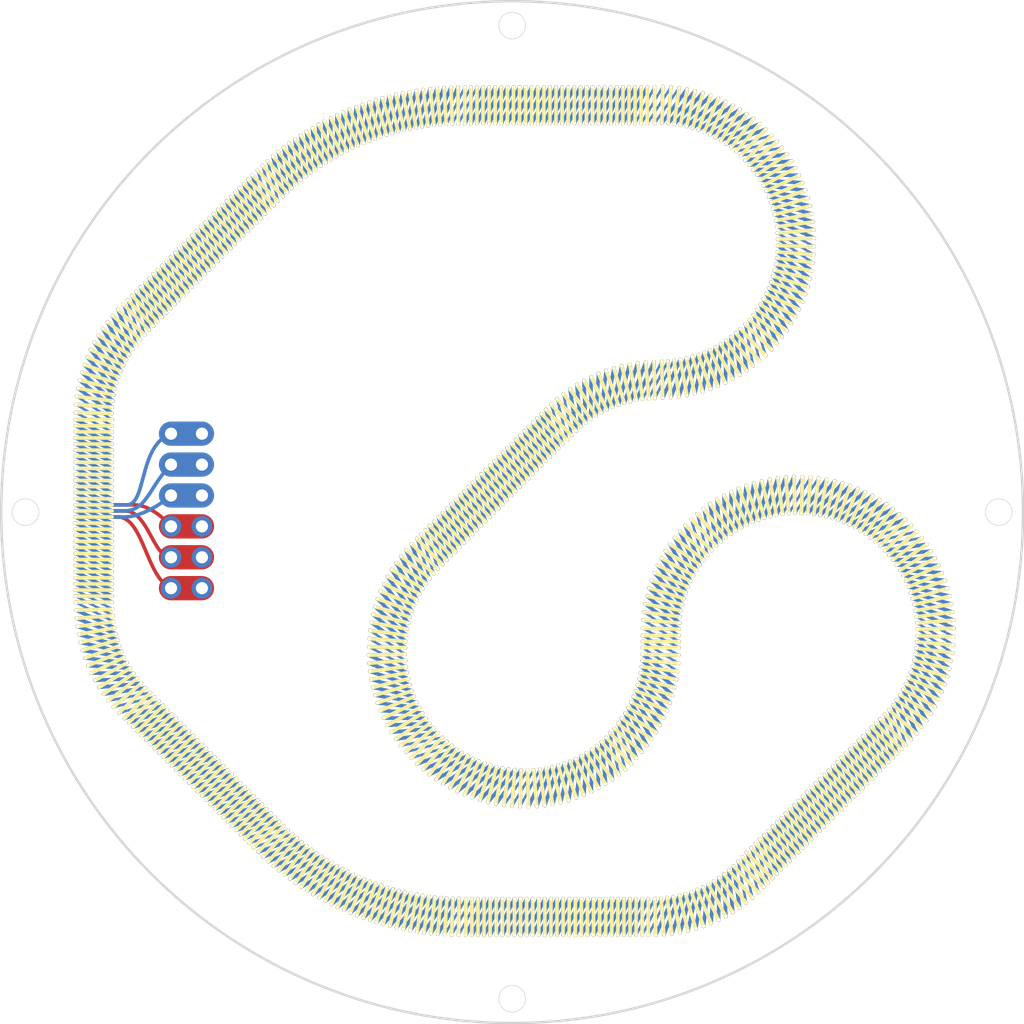
<source format=kicad_pcb>
(kicad_pcb (version 20241229) (generator "pcbnew") (generator_version "9.0")
  (layers (0 "F.Cu" signal) (2 "B.Cu" signal) (13 "F.Paste" user) (15 "B.Paste" user) (5 "F.SilkS" user "F.Silkscreen") (7 "B.SilkS" user "B.Silkscreen") (1 "F.Mask" user) (3 "B.Mask" user) (25 "Edge.Cuts" user))
  (net 0 "")
  (net 1 "+5V")
  (net 2 "Net-(J1-Pin_3)")
  (net 3 "Net-(J1-Pin_2)")
  (net 4 "Net-(J1-Pin_1)")
  (footprint "model_train_footprints:curve_track_30" (layer "F.Cu") (at 113.08 105.56 67.5)
    (property "Reference" "REF**" (hide yes))
    (property "Value" "curve_track_30")
  )
  (footprint "model_train_footprints:curve_track_30" (layer "F.Cu") (at 105.325128 121.863205 -157.5)
    (property "Reference" "REF**" (hide yes))
    (property "Value" "curve_track_30")
  )
  (footprint "model_train_footprints:curve_track_30" (layer "F.Cu") (at 90.555199 115.732727 112.5)
    (property "Reference" "REF**" (hide yes))
    (property "Value" "curve_track_30")
  )
  (footprint "model_train_footprints:straight_track" (layer "F.Cu") (at 103.69 133.28)
    (property "Reference" "tr1" (hide yes))
    (property "Value" "st_track" (hide yes))
  )
  (footprint "model_train_footprints:straight_track" (layer "F.Cu") (at 74.400408 78.670913 45)
    (property "Reference" "tr1" (hide yes))
    (property "Value" "st_track" (hide yes))
  )
  (footprint "model_train_footprints:straight_track" (layer "F.Cu") (at 74.5 121.2 135)
    (property "Reference" "tr1" (hide yes))
    (property "Value" "st_track" (hide yes))
  )
  (footprint "model_train_footprints:straight_track_extension_single" (layer "F.Cu") (at 111.71 66.54)
    (property "Reference" "tr1" (hide yes))
    (property "Value" "st_track" (hide yes))
  )
  (footprint "model_train_footprints:straight_track_extension" (layer "F.Cu") (at 112.22 110.64 90)
    (property "Reference" "tr1" (hide yes))
    (property "Value" "st_track" (hide yes))
  )
  (footprint "model_train_footprints:curve_track_30" (layer "F.Cu") (at 127.842523 99.450069 -22.5)
    (property "Reference" "REF**" (hide yes))
    (property "Value" "curve_track_30")
  )
  (footprint "model_train_footprints:curve_track_30" (layer "F.Cu") (at 107.677607 89.992464 22.5)
    (property "Reference" "REF**" (hide yes))
    (property "Value" "curve_track_30")
  )
  (footprint "model_train_footprints:curve_track_30" (layer "F.Cu") (at 122.479015 82.148819 -112.5)
    (property "Reference" "REF**" (hide yes))
    (property "Value" "curve_track_30")
  )
  (footprint "model_train_footprints:curve_track_30" (layer "F.Cu") (at 96.673576 121.849012 157.5)
    (property "Reference" "REF**" (hide yes))
    (property "Value" "curve_track_30")
  )
  (footprint "model_train_footprints:curve_track_45" (layer "F.Cu") (at 87.28 131.54 157.5)
    (property "Reference" "REF**" (hide yes))
    (property "Value" "curve_track_45")
  )
  (footprint "model_train_footprints:curve_track_30" (layer "F.Cu") (at 66.455646 87.82882 67.5)
    (property "Reference" "REF**" (hide yes))
    (property "Value" "curve_track_30")
  )
  (footprint "model_train_footprints:straight_track" (layer "F.Cu") (at 103.606447 66.563554)
    (property "Reference" "tr1" (hide yes))
    (property "Value" "st_track" (hide yes))
  )
  (footprint "model_train_footprints:curve_track_30" (layer "F.Cu") (at 115.782393 132.417536 -157.5)
    (property "Reference" "REF**" (hide yes))
    (property "Value" "curve_track_30")
  )
  (footprint "model_train_footprints:curve_track_30" (layer "F.Cu") (at 111.359016 115.738819 -112.5)
    (property "Reference" "REF**" (hide yes))
    (property "Value" "curve_track_30")
  )
  (footprint "model_train_footprints:curve_track_45" (layer "F.Cu") (at 87.227161 68.301177 22.5)
    (property "Reference" "REF**" (hide yes))
    (property "Value" "curve_track_45")
  )
  (footprint "model_train_footprints:straight_track" (layer "F.Cu") (at 126.006707 123.367906 45)
    (property "Reference" "tr1" (hide yes))
    (property "Value" "st_track" (hide yes))
  )
  (footprint "model_train_footprints:curve_track_30" (layer "F.Cu") (at 122.477536 73.497607 -67.5)
    (property "Reference" "REF**" (hide yes))
    (property "Value" "curve_track_30")
  )
  (footprint "model_train_footprints:curve_track_30" (layer "F.Cu") (at 66.52 112.04 112.5)
    (property "Reference" "REF**" (hide yes))
    (property "Value" "curve_track_30")
  )
  (footprint "model_train_footprints:curve_track_30" (layer "F.Cu") (at 90.569392 107.081175 67.5)
    (property "Reference" "REF**" (hide yes))
    (property "Value" "curve_track_30")
  )
  (footprint "model_train_footprints:curve_track_30" (layer "F.Cu") (at 133.946707 114.217906 -112.5)
    (property "Reference" "REF**" (hide yes))
    (property "Value" "curve_track_30")
  )
  (footprint "model_train_footprints:straight_track" (layer "F.Cu") (at 98.52 97.93 45)
    (property "Reference" "tr1" (hide yes))
    (property "Value" "st_track" (hide yes))
  )
  (footprint "model_train_footprints:curve_track_30" (layer "F.Cu") (at 133.9609 105.566354 -67.5)
    (property "Reference" "REF**" (hide yes))
    (property "Value" "curve_track_30")
  )
  (footprint "model_train_footprints:straight_power_track_02X06" (layer "F.Cu") (at 65.61 99.9 90)
    (property "Reference" "J1" (hide yes))
    (property "Value" "track_power" (hide yes))
  )
  (footprint "model_train_footprints:straight_track_extension" (layer "F.Cu") (at 119.98 129.4 45)
    (property "Reference" "tr1" (hide yes))
    (property "Value" "st_track" (hide yes))
  )
  (footprint "model_train_footprints:curve_track_30" (layer "F.Cu") (at 116.37 67.37 -22.5)
    (property "Reference" "REF**" (hide yes))
    (property "Value" "curve_track_30")
  )
  (footprint "model_train_footprints:curve_track_30" (layer "F.Cu") (at 119.190971 99.435876 22.5)
    (property "Reference" "REF**" (hide yes))
    (property "Value" "curve_track_30")
  )
  (footprint "model_train_footprints:curve_track_30" (layer "F.Cu") (at 116.351408 88.256355 -157.5)
    (property "Reference" "REF**" (hide yes))
    (property "Value" "curve_track_30")
  )
  (gr_circle (center 100 140) (end 101.1 140) (stroke (width 0.05)) (fill no) (layer "Edge.Cuts"))
  (gr_circle (center 60 100) (end 61.1 100) (stroke (width 0.05)) (fill no) (layer "Edge.Cuts"))
  (gr_circle (center 100 100) (end 142 100) (stroke (width 0.2)) (fill no) (layer "Edge.Cuts"))
  (gr_circle (center 140 100) (end 141.1 100) (stroke (width 0.05)) (fill no) (layer "Edge.Cuts"))
  (gr_circle (center 100 60) (end 101.1 60) (stroke (width 0.05)) (fill no) (layer "Edge.Cuts"))
  (segment (start 91.227819 112.186401) (end 88.252311 110.394037) (width 0.2) (layer "B.Cu") (net 0))
  (segment (start 111.734582 90.638573) (end 113.291833 87.520508) (width 0.2) (layer "B.Cu") (net 0))
  (segment (start 110.106447 68.063554) (end 111.71 65.04) (width 0.2) (layer "B.Cu") (net 0))
  (segment (start 96.106447 65.063554) (end 94.594081 68.114026) (width 0.2) (layer "B.Cu") (net 0))
  (segment (start 110.69 134.78) (end 112.236067 131.744916) (width 0.2) (layer "B.Cu") (net 0))
  (segment (start 113.676097 112.425957) (end 110.72 110.64) (width 0.2) (layer "B.Cu") (net 0))
  (segment (start 69.438891 85.796803) (end 68.39 82.56) (width 0.2) (layer "B.Cu") (net 0))
  (segment (start 113.710545 111.758174) (end 110.72 110.14) (width 0.2) (layer "B.Cu") (net 0))
  (segment (start 108.697724 117.373581) (end 109.802652 120.711246) (width 0.2) (layer "B.Cu") (net 0))
  (segment (start 93.894975 104.669328) (end 92.860502 101.466415) (width 0.2) (layer "B.Cu") (net 0))
  (segment (start 108.033433 118.150666) (end 108.786749 121.580266) (width 0.2) (layer "B.Cu") (net 0))
  (segment (start 95.038814 119.18772) (end 91.707158 120.210251) (width 0.2) (layer "B.Cu") (net 0))
  (segment (start 118.781847 70.695583) (end 122.194597 70.035986) (width 0.2) (layer "B.Cu") (net 0))
  (segment (start 132.370668 119.125265) (end 131.262937 115.86103) (width 0.2) (layer "B.Cu") (net 0))
  (segment (start 95.579084 68.071808) (end 97.103955 65.062308) (width 0.2) (layer "B.Cu") (net 0))
  (segment (start 94.641559 118.865767) (end 91.259323 119.713698) (width 0.2) (layer "B.Cu") (net 0))
  (segment (start 110.715376 90.71833) (end 112.294433 87.610246) (width 0.2) (layer "B.Cu") (net 0))
  (segment (start 96.69 131.78) (end 95.025005 134.75616) (width 0.2) (layer "B.Cu") (net 0))
  (segment (start 108.375771 117.770836) (end 109.306099 121.159081) (width 0.2) (layer "B.Cu") (net 0))
  (segment (start 116.405583 103.148153) (end 115.72935 99.718815) (width 0.2) (layer "B.Cu") (net 0))
  (segment (start 111.725418 131.771427) (end 110.192492 134.781246) (width 0.2) (layer "B.Cu") (net 0))
  (segment (start 70.610913 115.189592) (end 67.224123 116.020971) (width 0.2) (layer "B.Cu") (net 0))
  (segment (start 91.281065 112.694958) (end 88.217863 111.06182) (width 0.2) (layer "B.Cu") (net 0))
  (segment (start 119.642746 127.610547) (end 120.687107 130.814214) (width 0.2) (layer "B.Cu") (net 0))
  (segment (start 97.19 131.78) (end 95.595962 134.769798) (width 0.2) (layer "B.Cu") (net 0))
  (segment (start 102.287359 121.137339) (end 100.654221 124.200541) (width 0.2) (layer "B.Cu") (net 0))
  (segment (start 93.230684 105.446413) (end 92.156039 102.172641) (width 0.2) (layer "B.Cu") (net 0))
  (segment (start 121.394214 130.107107) (end 120.347209 126.904321) (width 0.2) (layer "B.Cu") (net 0))
  (segment (start 69.781229 85.416973) (end 68.74091 82.207328) (width 0.2) (layer "B.Cu") (net 0))
  (segment (start 91.201308 111.675752) (end 88.321724 109.728979) (width 0.2) (layer "B.Cu") (net 0))
  (segment (start 122.737297 100.108496) (end 124.529661 97.132988) (width 0.2) (layer "B.Cu") (net 0))
  (segment (start 136.194375 111.570102) (end 133.314791 109.623329) (width 0.2) (layer "B.Cu") (net 0))
  (segment (start 118.004762 70.031292) (end 121.325577 69.020083) (width 0.2) (layer "B.Cu") (net 0))
  (segment (start 130.621124 116.629753) (end 131.666205 119.831491) (width 0.2) (layer "B.Cu") (net 0))
  (segment (start 118.565786 128.692893) (end 119.244014 132.134597) (width 0.2) (layer "B.Cu") (net 0))
  (segment (start 129.477285 102.111361) (end 132.808941 101.08883) (width 0.2) (layer "B.Cu") (net 0))
  (segment (start 130.25437 102.775652) (end 133.677961 102.104733) (width 0.2) (layer "B.Cu") (net 0))
  (segment (start 81.21211 125.796487) (end 78.036415 126.859498) (width 0.2) (layer "B.Cu") (net 0))
  (segment (start 113.72 110.14) (end 110.832332 108.207804) (width 0.2) (layer "B.Cu") (net 0))
  (segment (start 110.606447 68.063554) (end 112.389355 65.018471) (width 0.2) (layer "B.Cu") (net 0))
  (segment (start 119.996299 127.256993) (end 121.04066 130.46066) (width 0.2) (layer "B.Cu") (net 0))
  (segment (start 119.817723 83.783581) (end 120.828932 87.104396) (width 0.2) (layer "B.Cu") (net 0))
  (segment (start 104.530408 94.040913) (end 103.696636 90.696588) (width 0.2) (layer "B.Cu") (net 0))
  (segment (start 123.247946 100.081985) (end 125.194719 97.202401) (width 0.2) (layer "B.Cu") (net 0))
  (segment (start 136.263788 110.905044) (end 133.28828 109.11268) (width 0.2) (layer "B.Cu") (net 0))
  (segment (start 104.176854 94.394466) (end 103.200083 91.144423) (width 0.2) (layer "B.Cu") (net 0))
  (segment (start 132.017115 119.478819) (end 130.963462 116.249923) (width 0.2) (layer "B.Cu") (net 0))
  (segment (start 96.19 131.78) (end 94.454534 134.728941) (width 0.2) (layer "B.Cu") (net 0))
  (segment (start 119.272893 127.985786) (end 120.259917 131.265577) (width 0.2) (layer "B.Cu") (net 0))
  (segment (start 113.72 111.14) (end 110.728471 109.540645) (width 0.2) (layer "B.Cu") (net 0))
  (segment (start 94.261729 118.523429) (end 90.838138 119.194348) (width 0.2) (layer "B.Cu") (net 0))
  (segment (start 115.741292 103.925238) (end 114.713447 100.587835) (width 0.2) (layer "B.Cu") (net 0))
  (segment (start 69.116938 86.194058) (end 68.036447 82.913554) (width 0.2) (layer "B.Cu") (net 0))
  (segment (start 112.744624 131.69167) (end 111.19 134.78) (width 0.2) (layer "B.Cu") (net 0))
  (segment (start 119.49577 84.180836) (end 120.332379 87.552231) (width 0.2) (layer "B.Cu") (net 0))
  (segment (start 70.257359 114.836039) (end 66.802939 115.501621) (width 0.2) (layer "B.Cu") (net 0))
  (segment (start 133.256776 101.585383) (end 129.87454 102.433314) (width 0.2) (layer "B.Cu") (net 0))
  (segment (start 118.91934 128.33934) (end 119.763364 131.713412) (width 0.2) (layer "B.Cu") (net 0))
  (segment (start 80.057262 75.135379) (end 79.063076 71.897638) (width 0.2) (layer "B.Cu") (net 0))
  (segment (start 122.22874 100.161742) (end 123.861878 97.09854) (width 0.2) (layer "B.Cu") (net 0))
  (segment (start 99.986438 124.166093) (end 101.778802 121.190585) (width 0.2) (layer "B.Cu") (net 0))
  (segment (start 113.72 110.64) (end 110.762919 108.872862) (width 0.2) (layer "B.Cu") (net 0))
  (segment (start 80.410816 74.781826) (end 79.476447 71.503554) (width 0.2) (layer "B.Cu") (net 0))
  (segment (start 121.773412 69.516636) (end 118.402017 70.353245) (width 0.2) (layer "B.Cu") (net 0))
  (segment (start 104.883961 93.687359) (end 104.215986 90.275403) (width 0.2) (layer "B.Cu") (net 0))
  (segment (start 121.75167 76.535376) (end 124.830544 78.168174) (width 0.2) (layer "B.Cu") (net 0))
  (segment (start 112.805082 87.583735) (end 111.223933 90.665084) (width 0.2) (layer "B.Cu") (net 0))
  (segment (start 111.71 68.04) (end 113.722196 65.122332) (width 0.2) (layer "B.Cu") (net 0))
  (segment (start 121.831427 77.554582) (end 124.726683 79.501015) (width 0.2) (layer "B.Cu") (net 0))
  (segment (start 133.235034 108.604123) (end 136.298236 110.237261) (width 0.2) (layer "B.Cu") (net 0))
  (segment (start 119.813029 87.973416) (end 119.153432 84.560666) (width 0.2) (layer "B.Cu") (net 0))
  (segment (start 80.764369 74.428272) (end 79.899078 71.119417) (width 0.2) (layer "B.Cu") (net 0))
  (segment (start 124.796096 78.835957) (end 121.804916 77.043933) (width 0.2) (layer "B.Cu") (net 0))
  (segment (start 93.552637 105.049158) (end 92.509592 101.819087) (width 0.2) (layer "B.Cu") (net 0))
  (segment (start 81.573784 126.141339) (end 78.389087 127.210408) (width 0.2) (layer "B.Cu") (net 0))
  (segment (start 95.079495 68.083703) (end 96.606447 65.063554) (width 0.2) (layer "B.Cu") (net 0))
  (segment (start 111.106447 68.063554) (end 113.057138 65.052919) (width 0.2) (layer "B.Cu") (net 0))
  (segment (start 116.063245 103.527983) (end 115.21 100.14) (width 0.2) (layer "B.Cu") (net 0))
  (segment (start 78.742641 127.563961) (end 81.938465 126.463136) (width 0.2) (layer "B.Cu") (net 0))
  (segment (start 99.32138 124.09668) (end 101.268153 121.217096) (width 0.2) (layer "B.Cu") (net 0))
  (segment (start 113.606684 113.091015) (end 110.72 111.14) (width 0.2) (layer "B.Cu") (net 0))
  (segment (start 70.964466 115.543146) (end 67.671958 116.517523) (width 0.2) (layer "B.Cu") (net 1))
  (segment (start 73.75 106.325) (end 73.523293 106.325) (width 0.3) (layer "F.Cu") (net 2))
  (segment (start 67.12 92.91) (end 64.138565 91.141682) (width 0.2) (layer "B.Cu") (net 2))
  (segment (start 67.166109 107.983024) (end 64.118754 106.412492) (width 0.2) (layer "B.Cu") (net 2))
  (segment (start 67.12 93.41) (end 64.104117 91.809465) (width 0.2) (layer "B.Cu") (net 3))
  (segment (start 67.19262 108.493674) (end 64.12 106.91) (width 0.2) (layer "B.Cu") (net 3))
  (segment (start 67.12 92.41) (end 64.207978 90.476624) (width 0.2) (layer "B.Cu") (net 4))
  (segment (start 67.245866 109.002231) (end 64.12 107.41) (width 0.2) (layer "B.Cu") (net 4))
)
</source>
